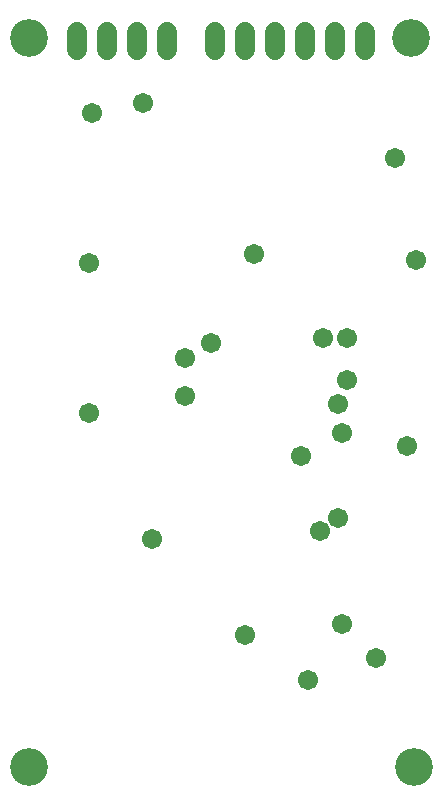
<source format=gbr>
G04 EAGLE Gerber X2 export*
%TF.Part,Single*%
%TF.FileFunction,Soldermask,Bot,1*%
%TF.FilePolarity,Negative*%
%TF.GenerationSoftware,Autodesk,EAGLE,8.6.0*%
%TF.CreationDate,2018-02-12T05:02:09Z*%
G75*
%MOMM*%
%FSLAX34Y34*%
%LPD*%
%AMOC8*
5,1,8,0,0,1.08239X$1,22.5*%
G01*
%ADD10C,3.203200*%
%ADD11C,1.727200*%
%ADD12C,1.703200*%


D10*
X30480Y50800D03*
X30480Y668020D03*
X353314Y668020D03*
X356362Y50800D03*
D11*
X314960Y657860D02*
X314960Y673100D01*
X289560Y673100D02*
X289560Y657860D01*
X264160Y657860D02*
X264160Y673100D01*
X238760Y673100D02*
X238760Y657860D01*
X213360Y657860D02*
X213360Y673100D01*
X187960Y673100D02*
X187960Y657860D01*
X147320Y657860D02*
X147320Y673100D01*
X121920Y673100D02*
X121920Y657860D01*
X96520Y657860D02*
X96520Y673100D01*
X71120Y673100D02*
X71120Y657860D01*
D12*
X213360Y162560D03*
X350520Y322580D03*
X292100Y261620D03*
X358140Y480060D03*
X340360Y566420D03*
X220980Y485140D03*
X83820Y604520D03*
X81280Y477520D03*
X81280Y350520D03*
X134620Y243840D03*
X266700Y124460D03*
X299720Y378460D03*
X299720Y414020D03*
X292100Y358140D03*
X279400Y414020D03*
X260350Y314325D03*
X295275Y333375D03*
X184150Y409575D03*
X276225Y250825D03*
X127000Y612775D03*
X161925Y365125D03*
X161925Y396875D03*
X295275Y171450D03*
X323850Y142875D03*
M02*

</source>
